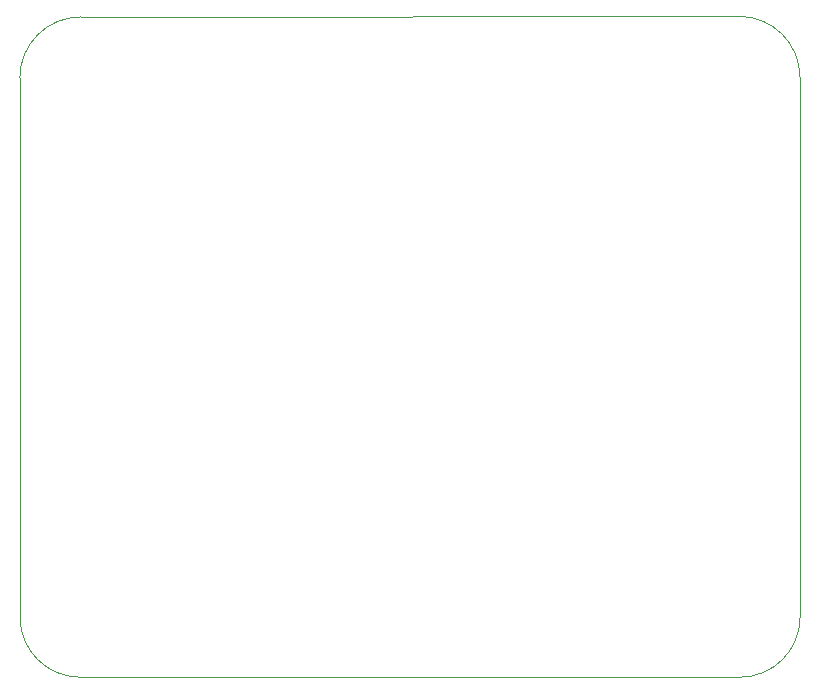
<source format=gbr>
%TF.GenerationSoftware,KiCad,Pcbnew,(5.1.6)-1*%
%TF.CreationDate,2022-01-03T19:53:18+01:00*%
%TF.ProjectId,carte_domotique,63617274-655f-4646-9f6d-6f7469717565,rev?*%
%TF.SameCoordinates,Original*%
%TF.FileFunction,Profile,NP*%
%FSLAX46Y46*%
G04 Gerber Fmt 4.6, Leading zero omitted, Abs format (unit mm)*
G04 Created by KiCad (PCBNEW (5.1.6)-1) date 2022-01-03 19:53:18*
%MOMM*%
%LPD*%
G01*
G04 APERTURE LIST*
%TA.AperFunction,Profile*%
%ADD10C,0.050000*%
%TD*%
G04 APERTURE END LIST*
D10*
X180400000Y-47350998D02*
X124650000Y-47400000D01*
X119520000Y-98220000D02*
X119500000Y-52550000D01*
X124600000Y-103300000D02*
G75*
G02*
X119520000Y-98220000I0J5080000D01*
G01*
X185560000Y-98220000D02*
G75*
G02*
X180480000Y-103300000I-5080000J0D01*
G01*
X180400000Y-47350000D02*
G75*
G02*
X185550000Y-52500000I0J-5150000D01*
G01*
X119500060Y-52550000D02*
G75*
G02*
X124650000Y-47400000I5150000J0D01*
G01*
X185560000Y-98220000D02*
X185550000Y-52500000D01*
X180480000Y-103300000D02*
X124600000Y-103300000D01*
M02*

</source>
